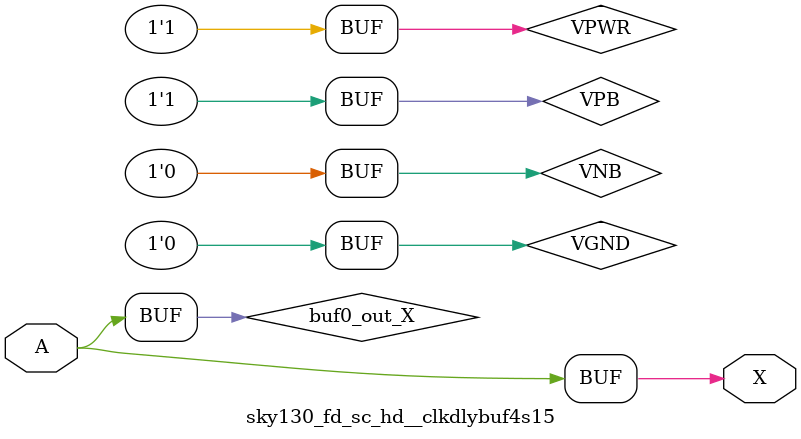
<source format=v>
/*
 * Copyright 2020 The SkyWater PDK Authors
 *
 * Licensed under the Apache License, Version 2.0 (the "License");
 * you may not use this file except in compliance with the License.
 * You may obtain a copy of the License at
 *
 *     https://www.apache.org/licenses/LICENSE-2.0
 *
 * Unless required by applicable law or agreed to in writing, software
 * distributed under the License is distributed on an "AS IS" BASIS,
 * WITHOUT WARRANTIES OR CONDITIONS OF ANY KIND, either express or implied.
 * See the License for the specific language governing permissions and
 * limitations under the License.
 *
 * SPDX-License-Identifier: Apache-2.0
*/


`ifndef SKY130_FD_SC_HD__CLKDLYBUF4S15_TIMING_V
`define SKY130_FD_SC_HD__CLKDLYBUF4S15_TIMING_V

/**
 * clkdlybuf4s15: Clock Delay Buffer 4-stage 0.15um length inner stage
 *                gates.
 *
 * Verilog simulation timing model.
 */

`timescale 1ns / 1ps
`default_nettype none

`celldefine
module sky130_fd_sc_hd__clkdlybuf4s15 (
    X,
    A
);

    // Module ports
    output X;
    input  A;

    // Module supplies
    supply1 VPWR;
    supply0 VGND;
    supply1 VPB ;
    supply0 VNB ;

    // Local signals
    wire buf0_out_X;

    //  Name  Output      Other arguments
    buf buf0 (buf0_out_X, A              );
    buf buf1 (X         , buf0_out_X     );

endmodule
`endcelldefine

`default_nettype wire
`endif  // SKY130_FD_SC_HD__CLKDLYBUF4S15_TIMING_V

</source>
